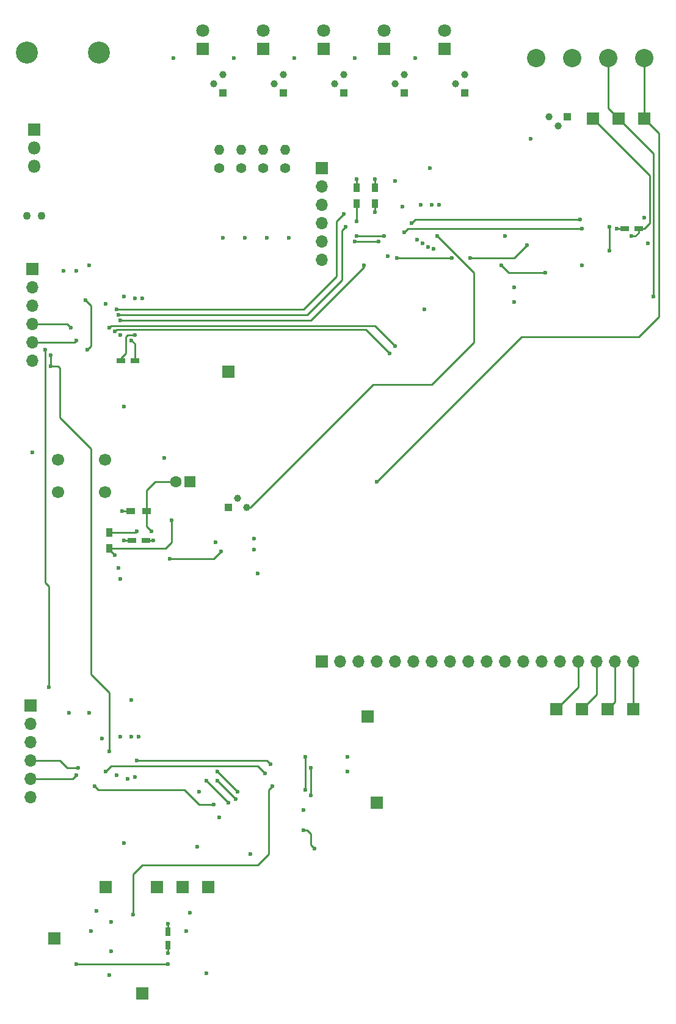
<source format=gbr>
G04 #@! TF.FileFunction,Copper,L4,Bot,Signal*
%FSLAX46Y46*%
G04 Gerber Fmt 4.6, Leading zero omitted, Abs format (unit mm)*
G04 Created by KiCad (PCBNEW 4.0.6) date 01/22/18 19:54:51*
%MOMM*%
%LPD*%
G01*
G04 APERTURE LIST*
%ADD10C,0.100000*%
%ADD11C,2.540000*%
%ADD12C,1.000000*%
%ADD13R,1.000000X1.000000*%
%ADD14C,1.100000*%
%ADD15R,1.700000X1.700000*%
%ADD16O,1.700000X1.700000*%
%ADD17C,1.700000*%
%ADD18R,1.200000X0.750000*%
%ADD19R,1.600000X1.600000*%
%ADD20C,1.600000*%
%ADD21R,0.750000X1.200000*%
%ADD22C,3.048000*%
%ADD23R,1.200000X0.900000*%
%ADD24R,0.900000X1.200000*%
%ADD25R,1.800000X1.800000*%
%ADD26C,1.800000*%
%ADD27O,1.800000X1.800000*%
%ADD28C,1.400000*%
%ADD29O,1.400000X1.400000*%
%ADD30C,0.600000*%
%ADD31C,0.250000*%
G04 APERTURE END LIST*
D10*
D11*
X270256000Y-19304000D03*
X265256000Y-19304000D03*
X260256000Y-19304000D03*
X255256000Y-19304000D03*
D12*
X244094000Y-22860000D03*
X245364000Y-21590000D03*
D13*
X245364000Y-24130000D03*
D14*
X184658000Y-41148000D03*
X186658000Y-41148000D03*
D15*
X225552000Y-102870000D03*
D16*
X228092000Y-102870000D03*
X230632000Y-102870000D03*
X233172000Y-102870000D03*
X235712000Y-102870000D03*
X238252000Y-102870000D03*
X240792000Y-102870000D03*
X243332000Y-102870000D03*
X245872000Y-102870000D03*
X248412000Y-102870000D03*
X250952000Y-102870000D03*
X253492000Y-102870000D03*
X256032000Y-102870000D03*
X258572000Y-102870000D03*
X261112000Y-102870000D03*
X263652000Y-102870000D03*
X266192000Y-102870000D03*
X268732000Y-102870000D03*
D15*
X225552000Y-34544000D03*
D16*
X225552000Y-37084000D03*
X225552000Y-39624000D03*
X225552000Y-42164000D03*
X225552000Y-44704000D03*
X225552000Y-47244000D03*
D15*
X185420000Y-48514000D03*
D16*
X185420000Y-51054000D03*
X185420000Y-53594000D03*
X185420000Y-56134000D03*
X185420000Y-58674000D03*
X185420000Y-61214000D03*
D12*
X258318000Y-28702000D03*
X257048000Y-27432000D03*
D13*
X259588000Y-27432000D03*
D12*
X235712000Y-22860000D03*
X236982000Y-21590000D03*
D13*
X236982000Y-24130000D03*
D12*
X227330000Y-22860000D03*
X228600000Y-21590000D03*
D13*
X228600000Y-24130000D03*
D12*
X218948000Y-22860000D03*
X220218000Y-21590000D03*
D13*
X220218000Y-24130000D03*
D12*
X210566000Y-22860000D03*
X211836000Y-21590000D03*
D13*
X211836000Y-24130000D03*
D12*
X213868000Y-80264000D03*
X215138000Y-81534000D03*
D13*
X212598000Y-81534000D03*
D17*
X195476000Y-79430000D03*
X188976000Y-79430000D03*
X195476000Y-74930000D03*
X188976000Y-74930000D03*
D18*
X267528000Y-42926000D03*
X269428000Y-42926000D03*
X201102000Y-86106000D03*
X199202000Y-86106000D03*
D19*
X207264000Y-77978000D03*
D20*
X205264000Y-77978000D03*
D21*
X204216000Y-142174000D03*
X204216000Y-140274000D03*
D22*
X184658000Y-18542000D03*
X194658000Y-18542000D03*
D15*
X185166000Y-108966000D03*
D16*
X185166000Y-111506000D03*
X185166000Y-114046000D03*
X185166000Y-116586000D03*
X185166000Y-119126000D03*
X185166000Y-121666000D03*
D23*
X201252000Y-82042000D03*
X199052000Y-82042000D03*
D24*
X196088000Y-87206000D03*
X196088000Y-85006000D03*
D25*
X242570000Y-18034000D03*
D26*
X242570000Y-15494000D03*
D25*
X234188000Y-18034000D03*
D26*
X234188000Y-15494000D03*
D25*
X225806000Y-18034000D03*
D26*
X225806000Y-15494000D03*
D25*
X217424000Y-18034000D03*
D26*
X217424000Y-15494000D03*
D25*
X209042000Y-18034000D03*
D26*
X209042000Y-15494000D03*
D25*
X185674000Y-29210000D03*
D27*
X185674000Y-31750000D03*
X185674000Y-34290000D03*
D15*
X268732000Y-109474000D03*
X265176000Y-109474000D03*
X270256000Y-27686000D03*
X231902000Y-110490000D03*
X266700000Y-27686000D03*
X206248000Y-134112000D03*
X258064000Y-109474000D03*
X195580000Y-134112000D03*
X202692000Y-134112000D03*
X261620000Y-109474000D03*
X188468000Y-141224000D03*
X212598000Y-62738000D03*
X233172000Y-122428000D03*
X263144000Y-27686000D03*
X209804000Y-134112000D03*
X200660000Y-148844000D03*
D18*
X197678000Y-61214000D03*
X199578000Y-61214000D03*
D24*
X230378000Y-37254000D03*
X230378000Y-39454000D03*
X232918000Y-37254000D03*
X232918000Y-39454000D03*
D28*
X220472000Y-34544000D03*
D29*
X220472000Y-32004000D03*
D28*
X217424000Y-34544000D03*
D29*
X217424000Y-32004000D03*
D28*
X214376000Y-34544000D03*
D29*
X214376000Y-32004000D03*
D28*
X211328000Y-34544000D03*
D29*
X211328000Y-32004000D03*
D30*
X185420000Y-73914000D03*
X200660000Y-52578000D03*
X191516000Y-48768000D03*
X239522000Y-44958000D03*
X241046000Y-45720000D03*
X199644000Y-57658000D03*
X199644000Y-118872000D03*
X189738000Y-48768000D03*
X190500000Y-109982000D03*
X232918000Y-36068000D03*
X230378000Y-36068000D03*
X200152000Y-113284000D03*
X208534000Y-120904000D03*
X211328000Y-124460000D03*
X215646000Y-129540000D03*
X241808000Y-39624000D03*
X254508000Y-30480000D03*
X220980000Y-44196000D03*
X217932000Y-44196000D03*
X214884000Y-44196000D03*
X211836000Y-44196000D03*
X203708000Y-74676000D03*
X207264000Y-137668000D03*
X204216000Y-139192000D03*
X196342000Y-138938000D03*
X194310000Y-137414000D03*
X202184000Y-86106000D03*
X216154000Y-85852000D03*
X252222000Y-51054000D03*
X250952000Y-43942000D03*
X204978000Y-19304000D03*
X213360000Y-19304000D03*
X221742000Y-19304000D03*
X230124000Y-19304000D03*
X238506000Y-19304000D03*
X268478000Y-43942000D03*
X218694000Y-120142000D03*
X199390000Y-137922000D03*
X271526000Y-52324000D03*
X204724000Y-83312000D03*
X196850000Y-88138000D03*
X196850000Y-57150000D03*
X234950000Y-60198000D03*
X235712000Y-59182000D03*
X196088000Y-56642000D03*
X241554000Y-43942000D03*
X235966000Y-46990000D03*
X243586000Y-46990000D03*
X246126000Y-46990000D03*
X254000000Y-45212000D03*
X210566000Y-122682000D03*
X194056000Y-120142000D03*
X196088000Y-115316000D03*
X187960000Y-60452000D03*
X187960000Y-61976000D03*
X231394000Y-48006000D03*
X197612000Y-55626000D03*
X233172000Y-77978000D03*
X204216000Y-144780000D03*
X191516000Y-144780000D03*
X256540000Y-49022000D03*
X250444000Y-48006000D03*
X223266000Y-116078000D03*
X223266000Y-120650000D03*
X261620000Y-42926000D03*
X236982000Y-43434000D03*
X261366000Y-41656000D03*
X237998000Y-42164000D03*
X209550000Y-119380000D03*
X212598000Y-122428000D03*
X213614000Y-121920000D03*
X211074000Y-119380000D03*
X211074000Y-118110000D03*
X213868000Y-120904000D03*
X217678000Y-118364000D03*
X195580000Y-118110000D03*
X218440000Y-117094000D03*
X199898000Y-116586000D03*
X187706000Y-106426000D03*
X187198000Y-59690000D03*
X228854000Y-42672000D03*
X197358000Y-54864000D03*
X230378000Y-41910000D03*
X192786000Y-52832000D03*
X193040000Y-59690000D03*
X228600000Y-40894000D03*
X197104000Y-54102000D03*
X232918000Y-40640000D03*
X199644000Y-52578000D03*
X197612000Y-57658000D03*
X238760000Y-44450000D03*
X240284000Y-45466000D03*
X193294000Y-48006000D03*
X197866000Y-82042000D03*
X199136000Y-58420000D03*
X229108000Y-116078000D03*
X208280000Y-128524000D03*
X234696000Y-46736000D03*
X193294000Y-109982000D03*
X198120000Y-128016000D03*
X197104000Y-118618000D03*
X198628000Y-119126000D03*
X195072000Y-113538000D03*
X197612000Y-113284000D03*
X199136000Y-113284000D03*
X199136000Y-108204000D03*
X223012000Y-123444000D03*
X229108000Y-118110000D03*
X235712000Y-36322000D03*
X240792000Y-39624000D03*
X236728000Y-39878000D03*
X198120000Y-52324000D03*
X198120000Y-67564000D03*
X195580000Y-53340000D03*
X210820000Y-86360000D03*
X206756000Y-140208000D03*
X204216000Y-143256000D03*
X196088000Y-146304000D03*
X209550000Y-146050000D03*
X196342000Y-143002000D03*
X193548000Y-140208000D03*
X197358000Y-89916000D03*
X197612000Y-91440000D03*
X198120000Y-86106000D03*
X216662000Y-90678000D03*
X216154000Y-87376000D03*
X266446000Y-42926000D03*
X270764000Y-44958000D03*
X270256000Y-41402000D03*
X261620000Y-48006000D03*
X252222000Y-53086000D03*
X239268000Y-39624000D03*
X239776000Y-54102000D03*
X240538000Y-34544000D03*
X204470000Y-88646000D03*
X211582000Y-87630000D03*
X201930000Y-84836000D03*
X265430000Y-45974000D03*
X265430000Y-42672000D03*
X224028000Y-121412000D03*
X224028000Y-117602000D03*
X223012000Y-126238000D03*
X224536000Y-128778000D03*
X199898000Y-84836000D03*
X191770000Y-117602000D03*
X191516000Y-118618000D03*
X230378000Y-43942000D03*
X234188000Y-43942000D03*
X233426000Y-44704000D03*
X230124000Y-44704000D03*
X190754000Y-56642000D03*
X191516000Y-58420000D03*
D31*
X197678000Y-61214000D02*
X197678000Y-60894000D01*
X197678000Y-60894000D02*
X198374000Y-60198000D01*
X198374000Y-60198000D02*
X198374000Y-57912000D01*
X198374000Y-57912000D02*
X198628000Y-57658000D01*
X198628000Y-57658000D02*
X199644000Y-57658000D01*
X232918000Y-37254000D02*
X232918000Y-36068000D01*
X230378000Y-37254000D02*
X230378000Y-36068000D01*
X204216000Y-140274000D02*
X204216000Y-139192000D01*
X202184000Y-86106000D02*
X201102000Y-86106000D01*
X263144000Y-27686000D02*
X268986000Y-33528000D01*
X270256000Y-42926000D02*
X269428000Y-42926000D01*
X271018000Y-42164000D02*
X270256000Y-42926000D01*
X271018000Y-35560000D02*
X271018000Y-42164000D01*
X270510000Y-35052000D02*
X271018000Y-35560000D01*
X268986000Y-33528000D02*
X270510000Y-35052000D01*
X269428000Y-42926000D02*
X269428000Y-43500000D01*
X268986000Y-43942000D02*
X268478000Y-43942000D01*
X269428000Y-43500000D02*
X268986000Y-43942000D01*
X218186000Y-120650000D02*
X218694000Y-120142000D01*
X218186000Y-129540000D02*
X218186000Y-120650000D01*
X216662000Y-131064000D02*
X218186000Y-129540000D01*
X200660000Y-131064000D02*
X216662000Y-131064000D01*
X199390000Y-132334000D02*
X200660000Y-131064000D01*
X199390000Y-137922000D02*
X199390000Y-132334000D01*
X266700000Y-27686000D02*
X270764000Y-31750000D01*
X271526000Y-32512000D02*
X271526000Y-52324000D01*
X270764000Y-31750000D02*
X271526000Y-32512000D01*
X265256000Y-19304000D02*
X265256000Y-26242000D01*
X265256000Y-26242000D02*
X266700000Y-27686000D01*
X266192000Y-102870000D02*
X266192000Y-108458000D01*
X266192000Y-108458000D02*
X265176000Y-109474000D01*
X196088000Y-87206000D02*
X203878000Y-87206000D01*
X204724000Y-86360000D02*
X204724000Y-83312000D01*
X203878000Y-87206000D02*
X204724000Y-86360000D01*
X196850000Y-88138000D02*
X196088000Y-87376000D01*
X196088000Y-87376000D02*
X196088000Y-87206000D01*
X231648000Y-56896000D02*
X234950000Y-60198000D01*
X196850000Y-57150000D02*
X197104000Y-56896000D01*
X197104000Y-56896000D02*
X231648000Y-56896000D01*
X235712000Y-59182000D02*
X232918000Y-56388000D01*
X196342000Y-56388000D02*
X232918000Y-56388000D01*
X196088000Y-56642000D02*
X196342000Y-56388000D01*
X261112000Y-102870000D02*
X261112000Y-106426000D01*
X261112000Y-106426000D02*
X258064000Y-109474000D01*
X263652000Y-102870000D02*
X263652000Y-107442000D01*
X263652000Y-107442000D02*
X261620000Y-109474000D01*
X268732000Y-102870000D02*
X268732000Y-109474000D01*
X215138000Y-81534000D02*
X215646000Y-81534000D01*
X246634000Y-49022000D02*
X241554000Y-43942000D01*
X246634000Y-58674000D02*
X246634000Y-49022000D01*
X240792000Y-64516000D02*
X246634000Y-58674000D01*
X232664000Y-64516000D02*
X240792000Y-64516000D01*
X215646000Y-81534000D02*
X232664000Y-64516000D01*
X243586000Y-46990000D02*
X235966000Y-46990000D01*
X252222000Y-46990000D02*
X246126000Y-46990000D01*
X254000000Y-45212000D02*
X252222000Y-46990000D01*
X208534000Y-122682000D02*
X210566000Y-122682000D01*
X206502000Y-120650000D02*
X208534000Y-122682000D01*
X194564000Y-120650000D02*
X206502000Y-120650000D01*
X194056000Y-120142000D02*
X194564000Y-120650000D01*
X188976000Y-61976000D02*
X187960000Y-61976000D01*
X189230000Y-62230000D02*
X188976000Y-61976000D01*
X189230000Y-69088000D02*
X189230000Y-62230000D01*
X193548000Y-73406000D02*
X189230000Y-69088000D01*
X193548000Y-104648000D02*
X193548000Y-73406000D01*
X196088000Y-107188000D02*
X193548000Y-104648000D01*
X196088000Y-115316000D02*
X196088000Y-107188000D01*
X187960000Y-60452000D02*
X187960000Y-61976000D01*
X231394000Y-48260000D02*
X231394000Y-48006000D01*
X224028000Y-55626000D02*
X231394000Y-48260000D01*
X197612000Y-55626000D02*
X224028000Y-55626000D01*
X270256000Y-27686000D02*
X270256000Y-19304000D01*
X272288000Y-29718000D02*
X270256000Y-27686000D01*
X272288000Y-55118000D02*
X272288000Y-29718000D01*
X269494000Y-57912000D02*
X272288000Y-55118000D01*
X253238000Y-57912000D02*
X269494000Y-57912000D01*
X233172000Y-77978000D02*
X253238000Y-57912000D01*
X191516000Y-144780000D02*
X204216000Y-144780000D01*
X251460000Y-49022000D02*
X256540000Y-49022000D01*
X250444000Y-48006000D02*
X251460000Y-49022000D01*
X223266000Y-120650000D02*
X223266000Y-116078000D01*
X237490000Y-42926000D02*
X261620000Y-42926000D01*
X236982000Y-43434000D02*
X237490000Y-42926000D01*
X238506000Y-41656000D02*
X261366000Y-41656000D01*
X237998000Y-42164000D02*
X238506000Y-41656000D01*
X212598000Y-122428000D02*
X209550000Y-119380000D01*
X211074000Y-119380000D02*
X213614000Y-121920000D01*
X213868000Y-120904000D02*
X211074000Y-118110000D01*
X216662000Y-117348000D02*
X217678000Y-118364000D01*
X196342000Y-117348000D02*
X216662000Y-117348000D01*
X195580000Y-118110000D02*
X196342000Y-117348000D01*
X217932000Y-116586000D02*
X218440000Y-117094000D01*
X199898000Y-116586000D02*
X217932000Y-116586000D01*
X187706000Y-92456000D02*
X187706000Y-106426000D01*
X187198000Y-91948000D02*
X187706000Y-92456000D01*
X187198000Y-59690000D02*
X187198000Y-91948000D01*
X228346000Y-43180000D02*
X228854000Y-42672000D01*
X228346000Y-50038000D02*
X228346000Y-43180000D01*
X223520000Y-54864000D02*
X228346000Y-50038000D01*
X197358000Y-54864000D02*
X223520000Y-54864000D01*
X230378000Y-39454000D02*
X230378000Y-41910000D01*
X193548000Y-53594000D02*
X192786000Y-52832000D01*
X193548000Y-59182000D02*
X193548000Y-53594000D01*
X193040000Y-59690000D02*
X193548000Y-59182000D01*
X223012000Y-54102000D02*
X197104000Y-54102000D01*
X227584000Y-49530000D02*
X223012000Y-54102000D01*
X227584000Y-41910000D02*
X227584000Y-49530000D01*
X228600000Y-40894000D02*
X227584000Y-41910000D01*
X232918000Y-39454000D02*
X232918000Y-40640000D01*
X197866000Y-82042000D02*
X199052000Y-82042000D01*
X199578000Y-61214000D02*
X199578000Y-58862000D01*
X199578000Y-58862000D02*
X199136000Y-58420000D01*
X204216000Y-142174000D02*
X204216000Y-143256000D01*
X199202000Y-86106000D02*
X198120000Y-86106000D01*
X267528000Y-42926000D02*
X266446000Y-42926000D01*
X210566000Y-88646000D02*
X204470000Y-88646000D01*
X211582000Y-87630000D02*
X210566000Y-88646000D01*
X205264000Y-77978000D02*
X202438000Y-77978000D01*
X201252000Y-84158000D02*
X201930000Y-84836000D01*
X201252000Y-79164000D02*
X201252000Y-84158000D01*
X202438000Y-77978000D02*
X201252000Y-79164000D01*
X265430000Y-42672000D02*
X265430000Y-45974000D01*
X224028000Y-117602000D02*
X224028000Y-121412000D01*
X223520000Y-126238000D02*
X223012000Y-126238000D01*
X224028000Y-126746000D02*
X223520000Y-126238000D01*
X224028000Y-128270000D02*
X224028000Y-126746000D01*
X224536000Y-128778000D02*
X224028000Y-128270000D01*
X196088000Y-85006000D02*
X199728000Y-85006000D01*
X199728000Y-85006000D02*
X199898000Y-84836000D01*
X185166000Y-116586000D02*
X189230000Y-116586000D01*
X190246000Y-117602000D02*
X191770000Y-117602000D01*
X189230000Y-116586000D02*
X190246000Y-117602000D01*
X185166000Y-119126000D02*
X191008000Y-119126000D01*
X191008000Y-119126000D02*
X191516000Y-118618000D01*
X230378000Y-43942000D02*
X234188000Y-43942000D01*
X230124000Y-44704000D02*
X233426000Y-44704000D01*
X185420000Y-56134000D02*
X190246000Y-56134000D01*
X190246000Y-56134000D02*
X190754000Y-56642000D01*
X185420000Y-58674000D02*
X191262000Y-58674000D01*
X191262000Y-58674000D02*
X191516000Y-58420000D01*
M02*

</source>
